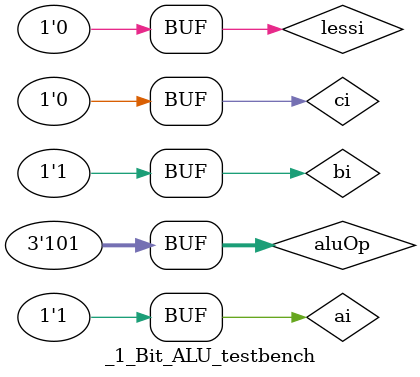
<source format=v>

module _1_Bit_ALU_testbench();
	reg ai, bi, ci;
	reg [2:0] aluOp;
	reg lessi;
	wire ri, ci_1;


	_1_Bit_ALU alu(ri, ci_1, ai, bi, ci, aluOp, lessi);

	
	initial begin
	//and

	ai =1; bi = 1; ci = 0;
	aluOp[2] = 0; aluOp[1] = 0; aluOp[0] = 0; 
	lessi = 0;
	
	#1;
	
	ai =0; bi = 0; ci = 0;
	aluOp[2] = 0; aluOp[1] = 0; aluOp[0] = 0; 
	lessi = 0;
	
	#1;
	
	ai =1; bi = 0; ci = 0;
	aluOp[2] = 0; aluOp[1] = 0; aluOp[0] = 0; 
	lessi = 0;


	#1
	//or
	ai =1; bi = 1; ci = 0;
	aluOp[2] = 0; aluOp[1] = 0; aluOp[0] = 1; 
	lessi = 0;
	
	#1;
	
	ai =0; bi = 0; ci = 0;
	aluOp[2] = 0; aluOp[1] = 0; aluOp[0] = 1; 
	lessi = 0;
	
	#1;
	
	ai =1; bi = 0; ci = 0;
	aluOp[2] = 0; aluOp[1] = 0; aluOp[0] = 1; 
	lessi = 0;

	#1;
	
	ai = 1; bi = 0; ci = 1;
	aluOp[2] = 0; aluOp[1] = 0; aluOp[0] = 1; 
	lessi = 0;
	
	
	//add
	#1;
	
	ai =0; bi = 0; ci = 0;
	aluOp[2] = 0; aluOp[1] = 1; aluOp[0] = 0; 
	lessi = 0;

	#1;
	
	ai = 1; bi = 0; ci = 0;
	aluOp[2] = 0; aluOp[1] = 1; aluOp[0] = 0; 
	lessi = 0;

	#1;
	
	ai =0; bi = 1; ci = 0;
	aluOp[2] = 0; aluOp[1] = 1; aluOp[0] = 0; 
	lessi = 0;

	#1;
	ai =1; bi = 1; ci = 0;
	aluOp[2] = 0; aluOp[1] = 1; aluOp[0] = 0; 
	lessi = 0;

	#1;
	ai =1; bi = 1; ci = 1;
	aluOp[2] = 0; aluOp[1] = 1; aluOp[0] = 0; 
	lessi = 0;

	#1;
	
	ai = 1; bi = 0; ci = 1;
	aluOp[2] = 0; aluOp[1] = 1; aluOp[0] = 0; 
	lessi = 0;
	
	#1;
	
	ai = 0; bi = 1; ci = 1;
	aluOp[2] = 0; aluOp[1] = 1; aluOp[0] = 0; 
	lessi = 0;
	
	//sustract
	#1;
	
	ai =0; bi = 0; ci = 1;
	aluOp[2] = 1; aluOp[1] = 1; aluOp[0] = 0; 
	lessi = 0;

	#1;
	ai =0; bi = 1; ci = 1;
	aluOp[2] = 1; aluOp[1] = 1; aluOp[0] = 0; 
	lessi = 0;

	#1;
	ai =1; bi = 1; ci = 1;
	aluOp[2] = 1; aluOp[1] = 1; aluOp[0] = 0; 
	lessi = 0;

	#1;
	
	ai = 1; bi = 0; ci = 1;
	aluOp[2] = 1; aluOp[1] = 1; aluOp[0] = 0; 
	lessi = 0;
	
	
	//set on less than
	#1;
	
	ai =0; bi = 0; ci = 0;
	aluOp[2] = 1; aluOp[1] = 1; aluOp[0] = 1; 
	lessi = 0;

	#1;
	ai =0; bi = 1; ci = 0;
	aluOp[2] = 1; aluOp[1] = 1; aluOp[0] = 1; 
	lessi = 0;

	#1;
	ai =1; bi = 0; ci = 0;
	aluOp[2] = 1; aluOp[1] = 1; aluOp[0] = 1; 
	lessi = 0;

	#1;
	ai = 1; bi = 1; ci = 0;
	aluOp[2] = 1; aluOp[1] = 1; aluOp[0] = 1; 
	lessi = 0;
	
	

	//nor
	#1;
	
	ai =0; bi = 0; ci = 0;
	aluOp[2] = 1; aluOp[1] = 0; aluOp[0] = 1; 
	lessi = 0;

	#1;
	ai =0; bi = 1; ci = 0;
	aluOp[2] = 1; aluOp[1] = 0; aluOp[0] = 1; 
	lessi = 0;

	#1;
	ai =1; bi = 0; ci = 0;
	aluOp[2] = 1; aluOp[1] = 0; aluOp[0] = 1; 
	lessi = 0;

	#1;
	ai = 1; bi = 1; ci = 0;
	aluOp[2] = 1; aluOp[1] = 0; aluOp[0] = 1; 
	lessi = 0;

	end
	
	initial begin
	$monitor("aluOp =>%3b ai=%1b, bi=%1b, ci=%1b, result=%1b, carry_out=%1b, lessi=%1b",aluOp,	ai, bi, ci, ri, ci_1, lessi);
	end
	
	
endmodule
</source>
